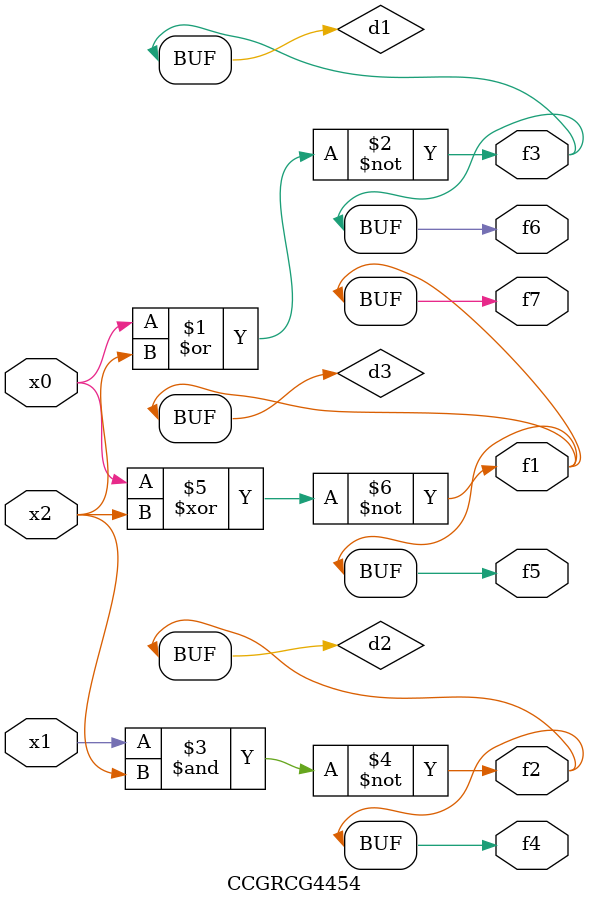
<source format=v>
module CCGRCG4454(
	input x0, x1, x2,
	output f1, f2, f3, f4, f5, f6, f7
);

	wire d1, d2, d3;

	nor (d1, x0, x2);
	nand (d2, x1, x2);
	xnor (d3, x0, x2);
	assign f1 = d3;
	assign f2 = d2;
	assign f3 = d1;
	assign f4 = d2;
	assign f5 = d3;
	assign f6 = d1;
	assign f7 = d3;
endmodule

</source>
